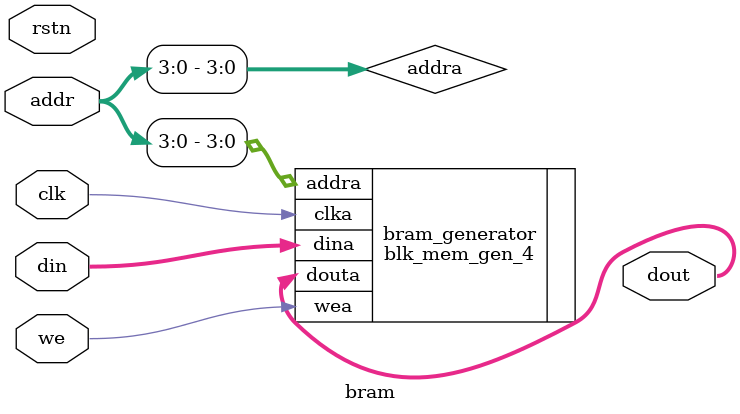
<source format=v>
`default_nettype none

module bram(
        input wire clk,
        input wire rstn,
        input wire we,
        input wire [31:0] addr,
        input wire [31:0] din,
        output wire [31:0] dout
    );

    // アドレスはword align済みと仮定（制御レジスタを想定）
    wire [3:0] addra;
    assign addra = addr[3:0];

    blk_mem_gen_4 bram_generator (
    .clka(clk),    // input wire clka
    .wea(we),      // input wire [0 : 0] wea
    .addra(addra),  // input wire [9 : 0] addra
    .dina(din),    // input wire [31 : 0] dina
    .douta(dout)  // output wire [31 : 0] douta
    );

endmodule

`default_nettype wire
</source>
